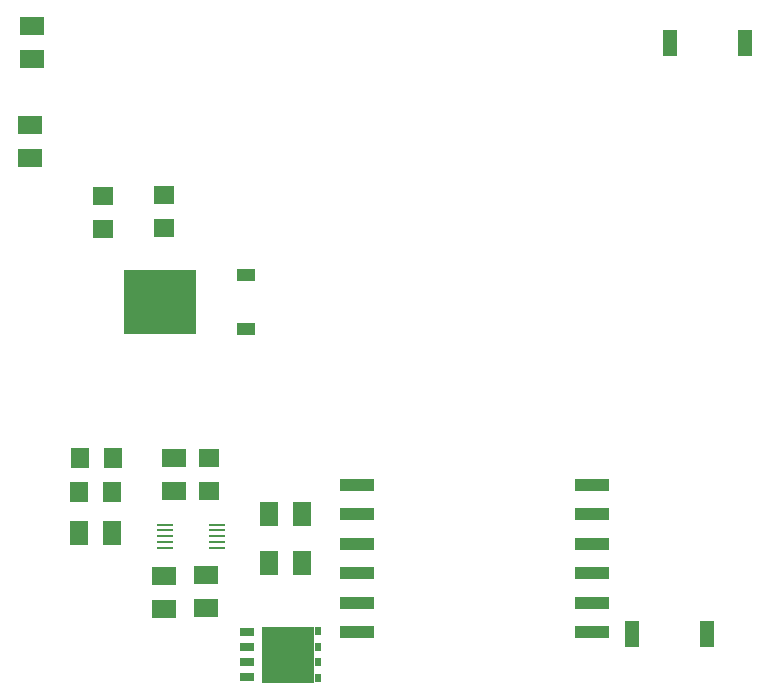
<source format=gbr>
G04 EAGLE Gerber RS-274X export*
G75*
%MOMM*%
%FSLAX34Y34*%
%LPD*%
%INSolderpaste Top*%
%IPPOS*%
%AMOC8*
5,1,8,0,0,1.08239X$1,22.5*%
G01*
%ADD10R,1.600000X1.800000*%
%ADD11R,1.800000X1.600000*%
%ADD12R,1.270000X2.160000*%
%ADD13R,6.200000X5.400000*%
%ADD14R,1.600000X1.000000*%
%ADD15R,1.200000X0.650000*%
%ADD16R,0.500000X0.700000*%
%ADD17R,4.500000X4.700000*%
%ADD18R,2.000000X1.600000*%
%ADD19R,1.600000X2.000000*%
%ADD20R,2.950000X1.000000*%
%ADD21R,1.397000X0.279400*%


D10*
X208700Y480400D03*
X180700Y480400D03*
D11*
X290400Y481200D03*
X290400Y509200D03*
D10*
X209200Y509400D03*
X181200Y509400D03*
D12*
X712500Y360000D03*
X649100Y360000D03*
X744400Y860000D03*
X681000Y860000D03*
D13*
X249500Y641200D03*
D14*
X322500Y618400D03*
X322500Y664000D03*
D15*
X322800Y361650D03*
X322800Y348950D03*
X322800Y336250D03*
X322800Y323550D03*
D16*
X382800Y322600D03*
X382800Y335950D03*
X382800Y349250D03*
X382800Y362600D03*
D17*
X357800Y342600D03*
D18*
X261600Y509000D03*
X261600Y481000D03*
X252400Y381200D03*
X252400Y409200D03*
D19*
X341800Y461600D03*
X369800Y461600D03*
X341600Y420100D03*
X369600Y420100D03*
D18*
X287900Y381800D03*
X287900Y409800D03*
X139400Y790800D03*
X139400Y762800D03*
D20*
X615250Y361600D03*
X615250Y386600D03*
X615250Y411600D03*
X615250Y436600D03*
X615250Y461600D03*
X615250Y486600D03*
X415750Y486600D03*
X415750Y461600D03*
X415750Y436600D03*
X415750Y411600D03*
X415750Y386600D03*
X415750Y361600D03*
D21*
X253956Y452706D03*
X253956Y447880D03*
X253956Y442800D03*
X253956Y437720D03*
X253956Y432894D03*
X297644Y432894D03*
X297644Y437720D03*
X297644Y442800D03*
X297644Y447880D03*
X297644Y452706D03*
D18*
X141300Y846800D03*
X141300Y874800D03*
D11*
X201000Y731000D03*
X201000Y703000D03*
X253000Y732000D03*
X253000Y704000D03*
D19*
X180680Y445530D03*
X208680Y445530D03*
M02*

</source>
